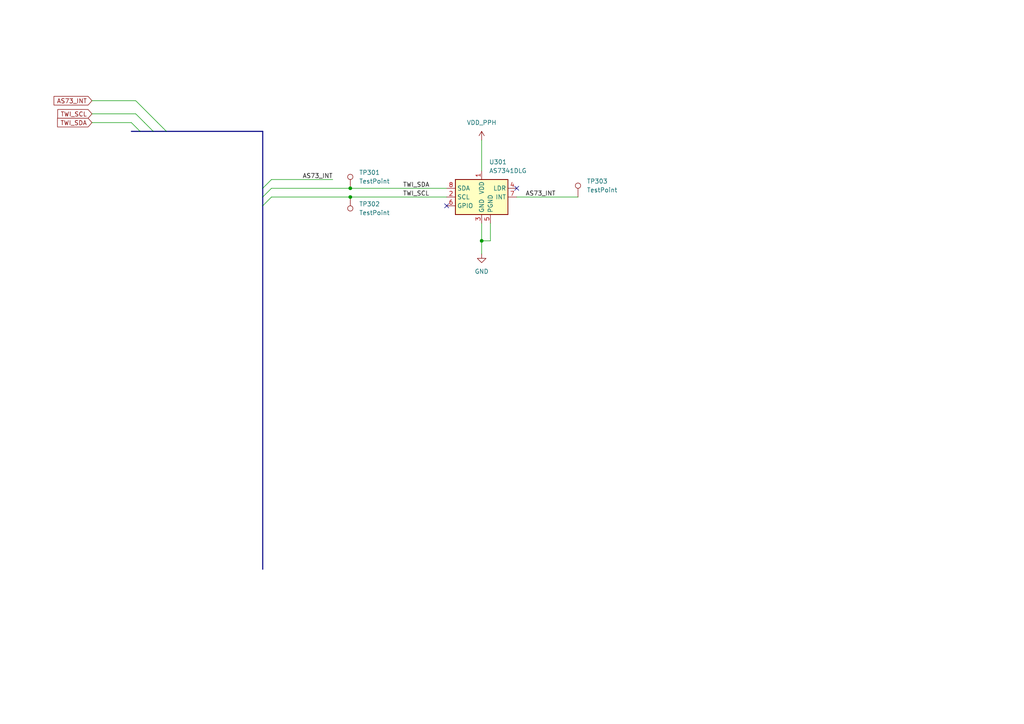
<source format=kicad_sch>
(kicad_sch (version 20250114) (generator "eeschema") (generator_version "9.0")
  (paper "A4")
  (title_block (date "2025-12-28") (rev "a") (company "Perillion Labs"))
  (lib_symbols
    (symbol "Connector:TestPoint" (pin_numbers (hide yes)) (pin_names (offset 0.762) (hide yes))
      (property "Reference" "TP" (at 0 6.858 0))
      (property "Value" "TestPoint" (at 0 5.08 0))
      (symbol "TestPoint_0_1"
        (circle (center 0 3.302) (radius 0.762))
      )
      (symbol "TestPoint_1_1"
        (pin passive line (at 0 0 90) (length 2.54) (name "1") (number "1"))
      )
    )
    (symbol "Sensor_Optical:AS7341DLG"
      (property "Reference" "U" (at -2.54 8.255 0))
      (property "Value" "AS7341DLG" (at -2.54 6.35 0))
      (symbol "AS7341DLG_0_1"
        (rectangle (start -7.62 5.08) (end 7.62 -5.08) (stroke (width 0.254)) (fill (type background)))
      )
      (symbol "AS7341DLG_1_1"
        (pin bidirectional line (at -10.16 2.54 0) (length 2.54) (name "SDA") (number "8"))
        (pin input line (at -10.16 0 0) (length 2.54) (name "SCL") (number "2"))
        (pin input line (at -10.16 -2.54 0) (length 2.54) (name "GPIO") (number "6"))
        (pin power_in line (at 0 7.62 270) (length 2.54) (name "VDD") (number "1"))
        (pin power_in line (at 0 -7.62 90) (length 2.54) (name "GND") (number "3"))
        (pin power_in line (at 2.54 -7.62 90) (length 2.54) (name "PGND") (number "5"))
        (pin passive line (at 10.16 2.54 180) (length 2.54) (name "LDR") (number "4"))
        (pin open_collector line (at 10.16 0 180) (length 2.54) (name "INT") (number "7"))
      )
    )
    (symbol "power:GND" (power) (pin_numbers (hide yes)) (pin_names (offset 0) (hide yes))
      (property "Value" "GND" (at 0 -3.81 0))
      (symbol "GND_0_1"
        (polyline (pts (xy 0 0) (xy 0 -1.27) (xy 1.27 -1.27) (xy 0 -2.54) (xy -1.27 -1.27) (xy 0 -1.27)))
      )
      (symbol "GND_1_1"
        (pin power_in line (at 0 0 270) (length 0) (name "~") (number "1"))
      )
    )
    (symbol "power:VDD" (power) (pin_numbers (hide yes)) (pin_names (offset 0) (hide yes))
      (property "Value" "VDD" (at 0 3.556 0))
      (symbol "VDD_0_1"
        (polyline (pts (xy -0.762 1.27) (xy 0 2.54)))
        (polyline (pts (xy 0 2.54) (xy 0.762 1.27)))
        (polyline (pts (xy 0 0) (xy 0 2.54)))
      )
      (symbol "VDD_1_1"
        (pin power_in line (at 0 0 90) (length 0) (name "~") (number "1"))
      )
    )
  )
  (junction (at 139.7 69.85))
  (junction (at 101.6 57.15))
  (junction (at 101.6 54.61))
  (no_connect (at 149.86 54.61))
  (no_connect (at 129.54 59.69))
  (bus_entry (at 76.2 57.15) (size 2.54 -2.54))
  (bus_entry (at 48.26 38.1) (size -2.54 -2.54))
  (bus_entry (at 76.2 59.69) (size 2.54 -2.54))
  (bus_entry (at 78.74 52.07) (size -2.54 2.54))
  (bus_entry (at 40.64 38.1) (size -2.54 -2.54))
  (bus_entry (at 44.45 38.1) (size -2.54 -2.54))
  (wire (pts (xy 139.7 40.64) (xy 139.7 49.53)))
  (wire (pts (xy 26.67 35.56) (xy 38.1 35.56)))
  (wire (pts (xy 101.6 54.61) (xy 129.54 54.61)))
  (bus (pts (xy 76.2 165.1) (xy 76.2 59.69)))
  (bus (pts (xy 48.26 38.1) (xy 76.2 38.1)))
  (bus (pts (xy 76.2 54.61) (xy 76.2 38.1)))
  (wire (pts (xy 41.91 35.56) (xy 39.37 33.02)))
  (wire (pts (xy 139.7 69.85) (xy 142.24 69.85)))
  (wire (pts (xy 139.7 73.66) (xy 139.7 69.85)))
  (wire (pts (xy 149.86 57.15) (xy 167.64 57.15)))
  (wire (pts (xy 101.6 57.15) (xy 129.54 57.15)))
  (wire (pts (xy 26.67 33.02) (xy 39.37 33.02)))
  (wire (pts (xy 78.74 52.07) (xy 96.52 52.07)))
  (bus (pts (xy 38.1 38.1) (xy 40.64 38.1)))
  (wire (pts (xy 26.67 29.21) (xy 39.37 29.21)))
  (wire (pts (xy 142.24 64.77) (xy 142.24 69.85)))
  (bus (pts (xy 40.64 38.1) (xy 44.45 38.1)))
  (bus (pts (xy 44.45 38.1) (xy 48.26 38.1)))
  (wire (pts (xy 78.74 54.61) (xy 101.6 54.61)))
  (wire (pts (xy 78.74 57.15) (xy 101.6 57.15)))
  (bus (pts (xy 76.2 59.69) (xy 76.2 57.15)))
  (wire (pts (xy 45.72 35.56) (xy 39.37 29.21)))
  (bus (pts (xy 76.2 57.15) (xy 76.2 54.61)))
  (wire (pts (xy 139.7 69.85) (xy 139.7 64.77)))
  (label "AS73_INT" (at 152.4 57.15 0))
  (label "AS73_INT" (at 96.52 52.07 180))
  (label "TWI_SCL" (at 116.84 57.15 0))
  (label "TWI_SDA" (at 116.84 54.61 0))
  (global_label "AS73_INT" (shape input) (at 26.67 29.21 180) (property "Intersheetrefs" "${INTERSHEET_REFS}" (effects (hide yes))))
  (global_label "TWI_SCL" (shape input) (at 26.67 33.02 180) (property "Intersheetrefs" "${INTERSHEET_REFS}" (effects (hide yes))))
  (global_label "TWI_SDA" (shape input) (at 26.67 35.56 180) (property "Intersheetrefs" "${INTERSHEET_REFS}" (effects (hide yes))))
  (symbol (lib_id "power:VDD") (at 139.7 40.64 0) (unit 1)
    (property "Reference" "#PWR0301" (effects (hide yes)))
    (property "Value" "VDD_PPH" (at 139.7 35.56 0))
    (property "Description" "Power symbol creates a global label with name \"VDD\"" (effects (hide yes)))
  )
  (symbol (lib_id "Connector:TestPoint") (at 101.6 54.61 0) (unit 1)
    (property "Reference" "TP301" (at 104.14 50.0379 0) (effects (justify left)))
    (property "Value" "TestPoint" (at 104.14 52.5779 0) (effects (justify left)))
    (property "Footprint" "TestPoint:TestPoint_Keystone_5005-5009_Compact" (effects (hide yes)))
    (property "Description" "test point" (effects (hide yes)))
  )
  (symbol (lib_id "Sensor_Optical:AS7341DLG") (at 139.7 57.15 0) (unit 1)
    (property "Reference" "U301" (at 141.8433 46.99 0) (effects (justify left)))
    (property "Value" "AS7341DLG" (at 141.8433 49.53 0) (effects (justify left)))
    (property "Footprint" "Package_LGA:AMS_OLGA-8_2x3.1mm_P0.8mm" (effects (hide yes)))
    (property "Datasheet" "https://ams.com/documents/20143/36005/AS7341_DS000504_3-00.pdf" (effects (hide yes)))
    (property "Description" "11-Channel Multi-Spectral Digital Sensor, OLGA-8" (effects (hide yes)))
  )
  (symbol (lib_id "power:GND") (at 139.7 73.66 0) (unit 1)
    (property "Reference" "#PWR0302" (effects (hide yes)))
    (property "Value" "GND" (at 139.7 78.74 0))
    (property "Description" "Power symbol creates a global label with name \"GND\" , ground" (effects (hide yes)))
  )
  (symbol (lib_id "Connector:TestPoint") (at 167.64 57.15 0) (unit 1)
    (property "Reference" "TP303" (at 170.18 52.5779 0) (effects (justify left)))
    (property "Value" "TestPoint" (at 170.18 55.1179 0) (effects (justify left)))
    (property "Footprint" "TestPoint:TestPoint_Keystone_5005-5009_Compact" (effects (hide yes)))
    (property "Description" "test point" (effects (hide yes)))
  )
  (symbol (lib_id "Connector:TestPoint") (at 101.6 57.15 180) (unit 1)
    (property "Reference" "TP302" (at 104.14 59.1819 0) (effects (justify right)))
    (property "Value" "TestPoint" (at 104.14 61.7219 0) (effects (justify right)))
    (property "Footprint" "TestPoint:TestPoint_Keystone_5005-5009_Compact" (effects (hide yes)))
    (property "Description" "test point" (effects (hide yes)))
  )
)
</source>
